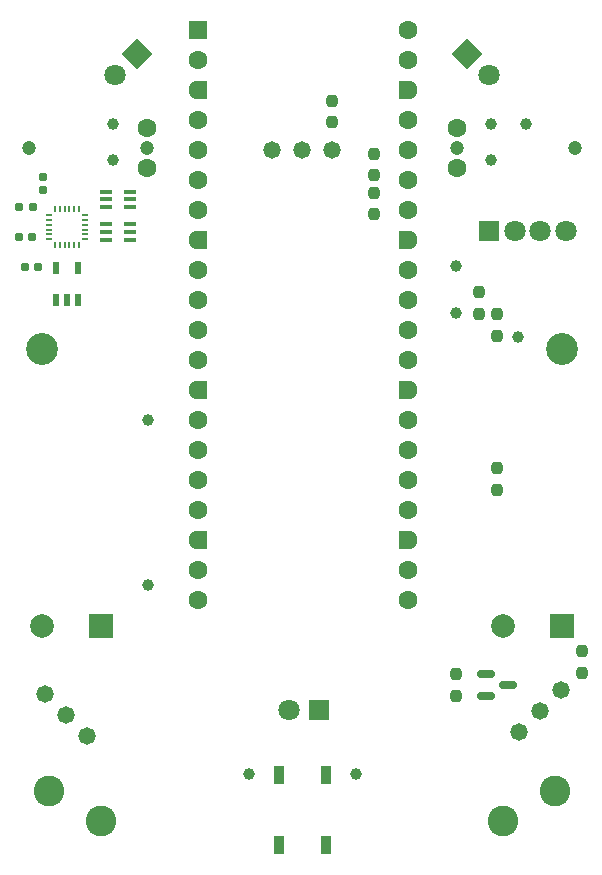
<source format=gts>
G04 #@! TF.GenerationSoftware,KiCad,Pcbnew,9.0.0*
G04 #@! TF.CreationDate,2025-04-22T19:19:30+02:00*
G04 #@! TF.ProjectId,bio_robots,62696f5f-726f-4626-9f74-732e6b696361,rev?*
G04 #@! TF.SameCoordinates,Original*
G04 #@! TF.FileFunction,Soldermask,Top*
G04 #@! TF.FilePolarity,Negative*
%FSLAX46Y46*%
G04 Gerber Fmt 4.6, Leading zero omitted, Abs format (unit mm)*
G04 Created by KiCad (PCBNEW 9.0.0) date 2025-04-22 19:19:30*
%MOMM*%
%LPD*%
G01*
G04 APERTURE LIST*
G04 Aperture macros list*
%AMRoundRect*
0 Rectangle with rounded corners*
0 $1 Rounding radius*
0 $2 $3 $4 $5 $6 $7 $8 $9 X,Y pos of 4 corners*
0 Add a 4 corners polygon primitive as box body*
4,1,4,$2,$3,$4,$5,$6,$7,$8,$9,$2,$3,0*
0 Add four circle primitives for the rounded corners*
1,1,$1+$1,$2,$3*
1,1,$1+$1,$4,$5*
1,1,$1+$1,$6,$7*
1,1,$1+$1,$8,$9*
0 Add four rect primitives between the rounded corners*
20,1,$1+$1,$2,$3,$4,$5,0*
20,1,$1+$1,$4,$5,$6,$7,0*
20,1,$1+$1,$6,$7,$8,$9,0*
20,1,$1+$1,$8,$9,$2,$3,0*%
%AMRotRect*
0 Rectangle, with rotation*
0 The origin of the aperture is its center*
0 $1 length*
0 $2 width*
0 $3 Rotation angle, in degrees counterclockwise*
0 Add horizontal line*
21,1,$1,$2,0,0,$3*%
%AMFreePoly0*
4,1,37,0.603843,0.796157,0.639018,0.796157,0.711114,0.766294,0.766294,0.711114,0.796157,0.639018,0.796157,0.603843,0.800000,0.600000,0.800000,-0.600000,0.796157,-0.603843,0.796157,-0.639018,0.766294,-0.711114,0.711114,-0.766294,0.639018,-0.796157,0.603843,-0.796157,0.600000,-0.800000,0.000000,-0.800000,0.000000,-0.796148,-0.078414,-0.796148,-0.232228,-0.765552,-0.377117,-0.705537,
-0.507515,-0.618408,-0.618408,-0.507515,-0.705537,-0.377117,-0.765552,-0.232228,-0.796148,-0.078414,-0.796148,0.078414,-0.765552,0.232228,-0.705537,0.377117,-0.618408,0.507515,-0.507515,0.618408,-0.377117,0.705537,-0.232228,0.765552,-0.078414,0.796148,0.000000,0.796148,0.000000,0.800000,0.600000,0.800000,0.603843,0.796157,0.603843,0.796157,$1*%
%AMFreePoly1*
4,1,37,0.000000,0.796148,0.078414,0.796148,0.232228,0.765552,0.377117,0.705537,0.507515,0.618408,0.618408,0.507515,0.705537,0.377117,0.765552,0.232228,0.796148,0.078414,0.796148,-0.078414,0.765552,-0.232228,0.705537,-0.377117,0.618408,-0.507515,0.507515,-0.618408,0.377117,-0.705537,0.232228,-0.765552,0.078414,-0.796148,0.000000,-0.796148,0.000000,-0.800000,-0.600000,-0.800000,
-0.603843,-0.796157,-0.639018,-0.796157,-0.711114,-0.766294,-0.766294,-0.711114,-0.796157,-0.639018,-0.796157,-0.603843,-0.800000,-0.600000,-0.800000,0.600000,-0.796157,0.603843,-0.796157,0.639018,-0.766294,0.711114,-0.711114,0.766294,-0.639018,0.796157,-0.603843,0.796157,-0.600000,0.800000,0.000000,0.800000,0.000000,0.796148,0.000000,0.796148,$1*%
G04 Aperture macros list end*
%ADD10RoundRect,0.237500X-0.237500X0.250000X-0.237500X-0.250000X0.237500X-0.250000X0.237500X0.250000X0*%
%ADD11C,2.700000*%
%ADD12RotRect,1.800000X1.800000X225.000000*%
%ADD13C,1.800000*%
%ADD14RoundRect,0.237500X0.237500X-0.250000X0.237500X0.250000X-0.237500X0.250000X-0.237500X-0.250000X0*%
%ADD15RoundRect,0.160000X0.197500X0.160000X-0.197500X0.160000X-0.197500X-0.160000X0.197500X-0.160000X0*%
%ADD16C,1.473200*%
%ADD17C,1.000000*%
%ADD18R,1.000000X0.400000*%
%ADD19R,0.900000X1.550000*%
%ADD20RoundRect,0.200000X-0.600000X-0.600000X0.600000X-0.600000X0.600000X0.600000X-0.600000X0.600000X0*%
%ADD21C,1.600000*%
%ADD22FreePoly0,0.000000*%
%ADD23FreePoly1,0.000000*%
%ADD24R,0.599999X1.000000*%
%ADD25RoundRect,0.155000X0.212500X0.155000X-0.212500X0.155000X-0.212500X-0.155000X0.212500X-0.155000X0*%
%ADD26RoundRect,0.155000X0.155000X-0.212500X0.155000X0.212500X-0.155000X0.212500X-0.155000X-0.212500X0*%
%ADD27R,1.800000X1.800000*%
%ADD28RoundRect,0.150000X-0.587500X-0.150000X0.587500X-0.150000X0.587500X0.150000X-0.587500X0.150000X0*%
%ADD29C,2.600000*%
%ADD30RotRect,1.800000X1.800000X315.000000*%
%ADD31RoundRect,0.050000X-0.050000X0.225000X-0.050000X-0.225000X0.050000X-0.225000X0.050000X0.225000X0*%
%ADD32RoundRect,0.050000X-0.225000X-0.050000X0.225000X-0.050000X0.225000X0.050000X-0.225000X0.050000X0*%
%ADD33C,1.200000*%
%ADD34R,2.000000X2.000000*%
%ADD35C,2.000000*%
G04 APERTURE END LIST*
D10*
X111500000Y-111087500D03*
X111500000Y-112912500D03*
D11*
X73000000Y-101000000D03*
D12*
X81000000Y-76000000D03*
D13*
X79203949Y-77796051D03*
D11*
X117000000Y-101000000D03*
D14*
X109990000Y-98025000D03*
X109990000Y-96200000D03*
D15*
X72197500Y-89000000D03*
X71002500Y-89000000D03*
D16*
X113355421Y-133447523D03*
X115151472Y-131651472D03*
X116947523Y-129855421D03*
D17*
X113250000Y-100000000D03*
X79000000Y-85000000D03*
D18*
X80400000Y-91750000D03*
X80400000Y-91100000D03*
X80400000Y-90450000D03*
X78400000Y-90450000D03*
X78400000Y-91100000D03*
X78400000Y-91750000D03*
D17*
X82000000Y-121000000D03*
D19*
X97040000Y-137056362D03*
X93040000Y-137056362D03*
X93040000Y-143006362D03*
X97040000Y-143006362D03*
D20*
X86220000Y-74000000D03*
D21*
X86220000Y-76540000D03*
D22*
X86220000Y-79080000D03*
D21*
X86220000Y-81620000D03*
X86220000Y-84160000D03*
X86220000Y-86700000D03*
X86220000Y-89240000D03*
D22*
X86220000Y-91780000D03*
D21*
X86220000Y-94320000D03*
X86220000Y-96860000D03*
X86220000Y-99400000D03*
X86220000Y-101940000D03*
D22*
X86220000Y-104480000D03*
D21*
X86220000Y-107020000D03*
X86220000Y-109560000D03*
X86220000Y-112100000D03*
X86220000Y-114640000D03*
D22*
X86220000Y-117180000D03*
D21*
X86220000Y-119720000D03*
X86220000Y-122260000D03*
X104000000Y-122260000D03*
X104000000Y-119720000D03*
D23*
X104000000Y-117180000D03*
D21*
X104000000Y-114640000D03*
X104000000Y-112100000D03*
X104000000Y-109560000D03*
X104000000Y-107020000D03*
D23*
X104000000Y-104480000D03*
D21*
X104000000Y-101940000D03*
X104000000Y-99400000D03*
X104000000Y-96860000D03*
X104000000Y-94320000D03*
D23*
X104000000Y-91780000D03*
D21*
X104000000Y-89240000D03*
X104000000Y-86700000D03*
X104000000Y-84160000D03*
X104000000Y-81620000D03*
D23*
X104000000Y-79080000D03*
D21*
X104000000Y-76540000D03*
X104000000Y-74000000D03*
D24*
X74149999Y-96875001D03*
X75100000Y-96875001D03*
X76049998Y-96875001D03*
X76049998Y-94125001D03*
X74149999Y-94125001D03*
D25*
X72667500Y-94067500D03*
X71532500Y-94067500D03*
D17*
X111000000Y-82000000D03*
D26*
X73100000Y-87567500D03*
X73100000Y-86432500D03*
D10*
X101100000Y-84487500D03*
X101100000Y-86312500D03*
D27*
X110840999Y-91000000D03*
D13*
X112999999Y-91000000D03*
X115158999Y-91000000D03*
X117317999Y-91000000D03*
D14*
X118700000Y-128412500D03*
X118700000Y-126587500D03*
D28*
X110600000Y-128500000D03*
X110600000Y-130400000D03*
X112475000Y-129450000D03*
D25*
X72167500Y-91500000D03*
X71032500Y-91500000D03*
D10*
X101100000Y-87787500D03*
X101100000Y-89612500D03*
D17*
X108000000Y-94000000D03*
X99540000Y-137031362D03*
X82000000Y-107000000D03*
D14*
X97500000Y-81825000D03*
X97500000Y-80000000D03*
D17*
X114000000Y-82000000D03*
D27*
X96400000Y-131600000D03*
D13*
X93860000Y-131600000D03*
D16*
X73203949Y-130203949D03*
X75000000Y-132000000D03*
X76796051Y-133796051D03*
D29*
X73600592Y-138460000D03*
X78000001Y-141000000D03*
D30*
X109000000Y-76000000D03*
D13*
X110796051Y-77796051D03*
D29*
X112000000Y-141000000D03*
X116399409Y-138460000D03*
D17*
X90540000Y-137031362D03*
X79000000Y-82000000D03*
X111000000Y-85000000D03*
X108000000Y-98000000D03*
D31*
X76100000Y-89200000D03*
X75700000Y-89200000D03*
X75300000Y-89200000D03*
X74900000Y-89200000D03*
X74500000Y-89200000D03*
X74100000Y-89200000D03*
D32*
X73600000Y-89700000D03*
X73600000Y-90100000D03*
X73600000Y-90500000D03*
X73600000Y-90900000D03*
X73600000Y-91300000D03*
X73600000Y-91700000D03*
D31*
X74100000Y-92200000D03*
X74500000Y-92200000D03*
X74900000Y-92200000D03*
X75300000Y-92200000D03*
X75700000Y-92200000D03*
X76100000Y-92200000D03*
D32*
X76600000Y-91700000D03*
X76600000Y-91300000D03*
X76600000Y-90900000D03*
X76600000Y-90500000D03*
X76600000Y-90100000D03*
X76600000Y-89700000D03*
D14*
X111500000Y-99912500D03*
X111500000Y-98087500D03*
X108000000Y-130362500D03*
X108000000Y-128537500D03*
D18*
X80400000Y-89000000D03*
X80400000Y-88350000D03*
X80400000Y-87700000D03*
X78400000Y-87700000D03*
X78400000Y-88350000D03*
X78400000Y-89000000D03*
D16*
X92460000Y-84200000D03*
X95000000Y-84200000D03*
X97540000Y-84200000D03*
D21*
X81875000Y-82300000D03*
X81875000Y-85700000D03*
D33*
X81875000Y-84000000D03*
X71875000Y-84000000D03*
D34*
X78000000Y-124500000D03*
D35*
X73000000Y-124500000D03*
D21*
X108125000Y-85700000D03*
X108125000Y-82300000D03*
D33*
X108125000Y-84000000D03*
X118125000Y-84000000D03*
D34*
X117000000Y-124500000D03*
D35*
X112000000Y-124500000D03*
M02*

</source>
